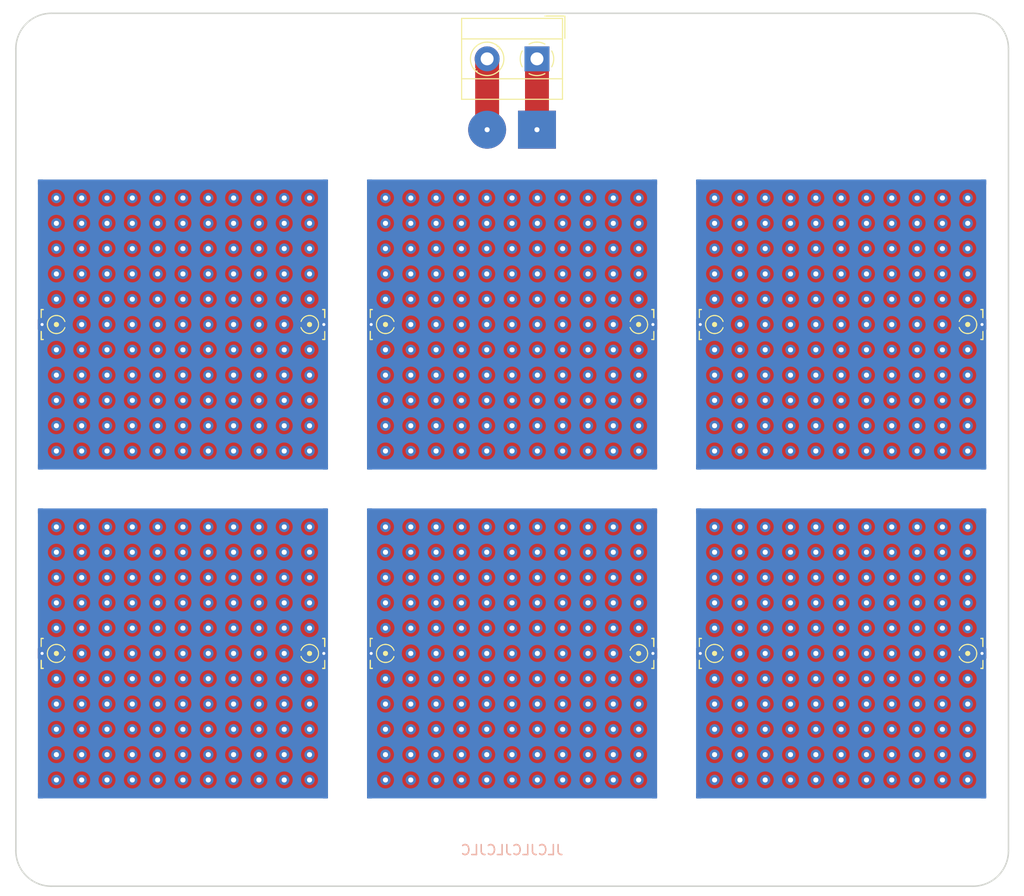
<source format=kicad_pcb>
(kicad_pcb (version 20221018) (generator pcbnew)
  (layers (0 "F.Cu" signal) (31 "B.Cu" signal) (34 "B.Paste" user) (35 "F.Paste" user) (36 "B.SilkS" user "B.Silkscreen") (37 "F.SilkS" user "F.Silkscreen") (38 "B.Mask" user) (39 "F.Mask" user) (44 "Edge.Cuts" user))
  (net 0 "")
  (net 1 "GND1")
  (net 121 "GND2")
  (net 241 "GND3")
  (net 361 "GND4")
  (net 481 "GND5")
  (net 601 "GND6")
  (net 721 "/Gnd")
  (net 722 "/V+")
  (footprint "TerminalBlock_MetzConnect:TerminalBlock_MetzConnect_Type055_RT01502HDWU_1x02_P5.00mm_Horizontal" (layer "F.Cu") (at 68.54 6.35 180)
    (fp_text reference "J1" hide)
    (fp_text value "Screw_Terminal_01x02")
  )
  (footprint "RF_ProtoBoard:MountingHole_2.7mm_M2.5_Clearance_1.7mm" (layer "F.Cu") (at 19.8374 85.8266)
    (fp_text reference "H3" hide)
    (fp_text value "MountingHole")
  )
  (footprint "RF_ProtoBoard:GndRing_RF_ProtoBoard_Module" (layer "F.Cu") (at 33.02 66.04)
    (fp_text reference "A4" hide)
    (fp_text value " " hide)
  )
  (footprint "RF_ProtoBoard:MountingHole_2.7mm_M2.5_Clearance_1.7mm" (layer "F.Cu") (at 112.268 5.3594)
    (fp_text reference "H2" hide)
    (fp_text value "MountingHole")
  )
  (footprint "RF_ProtoBoard:GndRing_RF_ProtoBoard_Module" (layer "F.Cu") (at 33.02 33.02)
    (fp_text reference "A1" hide)
    (fp_text value " " hide)
  )
  (footprint "RF_ProtoBoard:MountingHole_2.7mm_M2.5_Clearance_1.7mm" (layer "F.Cu") (at 112.268 85.852)
    (fp_text reference "H4" hide)
    (fp_text value "MountingHole")
  )
  (footprint "RF_ProtoBoard:GndRing_RF_ProtoBoard_Module" (layer "F.Cu") (at 66.04 33.02)
    (fp_text reference "A2" hide)
    (fp_text value " " hide)
  )
  (footprint "RF_ProtoBoard:GndRing_RF_ProtoBoard_Module" (layer "F.Cu") (at 99.06 33.02)
    (fp_text reference "A3" hide)
    (fp_text value " " hide)
  )
  (footprint "RF_ProtoBoard:GndRing_RF_ProtoBoard_Module" (layer "F.Cu") (at 99.06 66.04)
    (fp_text reference "A6" hide)
    (fp_text value " " hide)
  )
  (footprint "RF_ProtoBoard:MountingHole_2.7mm_M2.5_Clearance_1.7mm" (layer "F.Cu") (at 19.812 5.3594)
    (fp_text reference "H1" hide)
    (fp_text value "MountingHole")
  )
  (footprint "RF_ProtoBoard:GndRing_RF_ProtoBoard_Module" (layer "F.Cu") (at 66.04 66.04)
    (fp_text reference "A5" hide)
    (fp_text value " " hide)
  )
  (footprint "RF_ProtoBoard:VPlus_Gnd_Pads" (layer "F.Cu") (at 66.04 13.462)
    (fp_text reference "J2" hide)
    (fp_text value "Conn_VPlus_Gnd" hide)
  )
  (gr_line (start 115.849528 5.334) (end 115.849658 85.852) (stroke (width 0.15)) (layer "Edge.Cuts"))
  (gr_line (start 112.293215 89.408443) (end 19.812 89.408) (stroke (width 0.15)) (layer "Edge.Cuts"))
  (gr_line (start 19.812 1.778) (end 112.293528 1.778) (stroke (width 0.15)) (layer "Edge.Cuts"))
  (gr_arc (start 112.293528 1.778) (mid 114.807982 2.819538) (end 115.849528 5.334) (stroke (width 0.15)) (layer "Edge.Cuts"))
  (gr_arc (start 115.849658 85.852) (mid 114.808 88.366785) (end 112.293215 89.408443) (stroke (width 0.15)) (layer "Edge.Cuts"))
  (gr_line (start 16.256 85.852) (end 16.256 5.334) (stroke (width 0.15)) (layer "Edge.Cuts"))
  (gr_arc (start 16.256 5.334) (mid 17.297528 2.819528) (end 19.812 1.778) (stroke (width 0.15)) (layer "Edge.Cuts"))
  (gr_arc (start 19.812 89.408) (mid 17.297528 88.366472) (end 16.256 85.852) (stroke (width 0.15)) (layer "Edge.Cuts"))
  (gr_text "JLCJLCJLCJLC" (at 66.04 86.36) (layer "B.SilkS") (effects (font (size 1 1)) (justify bottom mirror)))
  (segment (start 68.54 13.462) (end 68.54 6.35) (width 2.4) (layer "F.Cu") (net 721))
  (segment (start 63.54 13.462) (end 63.54 6.35) (width 2.4) (layer "F.Cu") (net 722))
  (zone (net 601) (net_name "GND6") (layer "B.Cu") (priority 5) (connect_pads yes (clearance 0)) (min_thickness 0.25) (fill yes (thermal_gap 0.5) (thermal_bridge_width 0.5))
    (polygon (pts (xy 84.5058 51.4858) (xy 84.5058 80.5942) (xy 113.6142 80.5942) (xy 113.6142 51.4858)))
  )
  (zone (net 361) (net_name "GND4") (layer "B.Cu") (priority 3) (connect_pads yes (clearance 0)) (min_thickness 0.25) (fill yes (thermal_gap 0.5) (thermal_bridge_width 0.5))
    (polygon (pts (xy 18.4658 51.4858) (xy 18.4658 80.5942) (xy 47.5742 80.5942) (xy 47.5742 51.4858)))
  )
  (zone (net 121) (net_name "GND2") (layer "B.Cu") (priority 1) (connect_pads yes (clearance 0)) (min_thickness 0.25) (fill yes (thermal_gap 0.5) (thermal_bridge_width 0.5))
    (polygon (pts (xy 51.4858 18.4658) (xy 51.4858 47.5742) (xy 80.5942 47.5742) (xy 80.5942 18.4658)))
  )
  (zone (net 481) (net_name "GND5") (layer "B.Cu") (priority 4) (connect_pads yes (clearance 0)) (min_thickness 0.25) (fill yes (thermal_gap 0.5) (thermal_bridge_width 0.5))
    (polygon (pts (xy 51.4858 51.4858) (xy 51.4858 80.5942) (xy 80.5942 80.5942) (xy 80.5942 51.4858)))
  )
  (zone (net 1) (net_name "GND1") (layer "B.Cu") (connect_pads yes (clearance 0)) (min_thickness 0.25) (fill yes (thermal_gap 0.5) (thermal_bridge_width 0.5))
    (polygon (pts (xy 18.4658 18.4658) (xy 18.4658 47.5742) (xy 47.5742 47.5742) (xy 47.5742 18.4658)))
  )
  (zone (net 241) (net_name "GND3") (layer "B.Cu") (priority 2) (connect_pads yes (clearance 0)) (min_thickness 0.25) (fill yes (thermal_gap 0.5) (thermal_bridge_width 0.5))
    (polygon (pts (xy 84.5058 18.4658) (xy 84.5058 47.5742) (xy 113.6142 47.5742) (xy 113.6142 18.4658)))
  )
)
</source>
